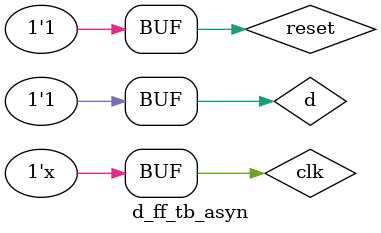
<source format=v>

module d_ff_a(q,qbar,d,clk,reset);
output qbar,q;
input d,clk;
input reset;

not #2 nt(w0,clk); //edge detector
and a1(w1,clk,w0);
nand n1(w2,d,w1);
nand n2(w3,w1,w2);
nand n3(q,qbar,w2);
nand n4(qbar,q,w3,reset);

endmodule 

module d_ff_tb_asyn();
wire q,qbar;
reg d,clk,reset;

d_ff_a d1(q,qbar,d,clk,reset);

always #5 clk =~clk;

initial
begin
d=1;
clk=0;
reset=1;
#7 d=0;
#3 reset =0;
#1 reset=1;
#14 d=1;
end

endmodule 

</source>
